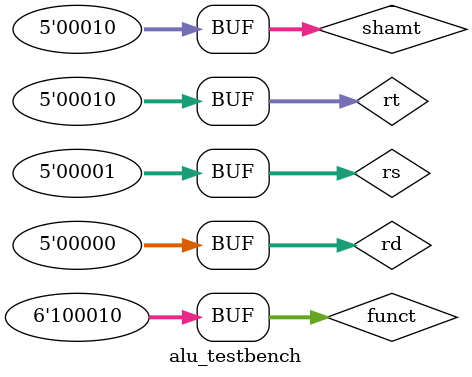
<source format=v>
module alu_testbench;

// input and output test signals
reg [4:0] rs, rt, rd, shamt;
reg [5:0] funct;

ex2 ex2(); //Initialize 32 32-bit registers to zeros
alu alu(rs, rt, rd, shamt, funct);

initial
begin
ex2.r[0] = 32'b00000000000000000000000000000001;
ex2.r[1] = 32'b00000000000000000000000000000010;
ex2.r[2] = 32'b00000000000000000000000000000100;
rs = 5'b00000;
rt = 5'b00001;
rd = 5'b00010;
funct = 6'b100000; //add
#5;
rs = 5'b00000;
rt = 5'b00010;
rd = 5'b00001;
#5;
rt = 5'b00001;
rd = 5'b00010;
shamt = 5'b00010;
funct = 6'b000010; //srl
#5;
rs = 5'b00001;
rt = 5'b00010;
rd = 5'b00000;
funct = 6'b100010; //sub
end

initial
$monitor("rs = %b rt = %b rd = %b r0 = %b r1 = %b r2 = %b funct = %b shamt = %b", rs, rt, rd, ex2.r[0], ex2.r[1], ex2.r[2], funct, shamt);

initial
$dumpvars;

endmodule

</source>
